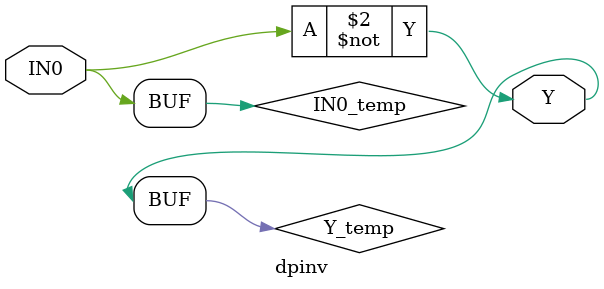
<source format=v>
module dpinv(IN0,Y);
  parameter BIT = 0;
  parameter COLINST = "0";
  parameter GROUP = "dpath1";
  parameter
        d_IN0_r = 0,
        d_IN0_f = 0,
        d_Y_r = 1,
        d_Y_f = 1;
  input  IN0;
  output  Y;
  wire  IN0_temp;
  reg  Y_temp;
  assign #(d_IN0_r,d_IN0_f) IN0_temp = IN0;
  assign #(d_Y_r,d_Y_f) Y = Y_temp;
  always
    @(IN0_temp)
      Y_temp = ( ~ IN0_temp);
endmodule

</source>
